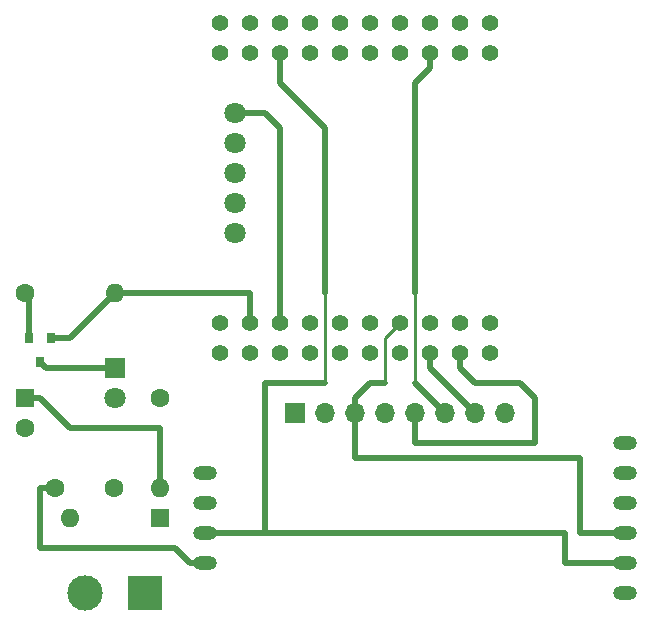
<source format=gtl>
G04 #@! TF.GenerationSoftware,KiCad,Pcbnew,(5.1.12)-1*
G04 #@! TF.CreationDate,2022-01-06T10:15:51+01:00*
G04 #@! TF.ProjectId,EmlaLockSafe_Controller_Board,456d6c61-4c6f-4636-9b53-6166655f436f,2.0*
G04 #@! TF.SameCoordinates,Original*
G04 #@! TF.FileFunction,Copper,L1,Top*
G04 #@! TF.FilePolarity,Positive*
%FSLAX46Y46*%
G04 Gerber Fmt 4.6, Leading zero omitted, Abs format (unit mm)*
G04 Created by KiCad (PCBNEW (5.1.12)-1) date 2022-01-06 10:15:51*
%MOMM*%
%LPD*%
G01*
G04 APERTURE LIST*
G04 #@! TA.AperFunction,ComponentPad*
%ADD10C,1.800000*%
G04 #@! TD*
G04 #@! TA.AperFunction,ComponentPad*
%ADD11C,1.400000*%
G04 #@! TD*
G04 #@! TA.AperFunction,ComponentPad*
%ADD12O,2.000000X1.200000*%
G04 #@! TD*
G04 #@! TA.AperFunction,ComponentPad*
%ADD13O,1.600000X1.600000*%
G04 #@! TD*
G04 #@! TA.AperFunction,ComponentPad*
%ADD14C,1.600000*%
G04 #@! TD*
G04 #@! TA.AperFunction,ComponentPad*
%ADD15O,1.700000X1.700000*%
G04 #@! TD*
G04 #@! TA.AperFunction,ComponentPad*
%ADD16R,1.700000X1.700000*%
G04 #@! TD*
G04 #@! TA.AperFunction,ComponentPad*
%ADD17R,1.800000X1.800000*%
G04 #@! TD*
G04 #@! TA.AperFunction,ComponentPad*
%ADD18R,1.600000X1.600000*%
G04 #@! TD*
G04 #@! TA.AperFunction,ComponentPad*
%ADD19C,3.000000*%
G04 #@! TD*
G04 #@! TA.AperFunction,ComponentPad*
%ADD20R,3.000000X3.000000*%
G04 #@! TD*
G04 #@! TA.AperFunction,SMDPad,CuDef*
%ADD21R,0.800000X0.900000*%
G04 #@! TD*
G04 #@! TA.AperFunction,Conductor*
%ADD22C,0.500000*%
G04 #@! TD*
G04 #@! TA.AperFunction,Conductor*
%ADD23C,0.250000*%
G04 #@! TD*
G04 APERTURE END LIST*
D10*
X137160000Y-91440000D03*
X137160000Y-88900000D03*
X137160000Y-86360000D03*
X137160000Y-83820000D03*
X137160000Y-81280000D03*
D11*
X158750000Y-76200000D03*
X158750000Y-73660000D03*
X156210000Y-73660000D03*
X156210000Y-76200000D03*
X153670000Y-73660000D03*
X153670000Y-76200000D03*
X151130000Y-73660000D03*
X151130000Y-76200000D03*
X148590000Y-73660000D03*
X148590000Y-76200000D03*
X146050000Y-73660000D03*
X146050000Y-76200000D03*
X143510000Y-73660000D03*
X143510000Y-76200000D03*
X140970000Y-73660000D03*
X140970000Y-76200000D03*
X138430000Y-73660000D03*
X138430000Y-76200000D03*
X135890000Y-73660000D03*
X135890000Y-76200000D03*
X158750000Y-99060000D03*
X158750000Y-101600000D03*
X156210000Y-99060000D03*
X156210000Y-101600000D03*
X153670000Y-99060000D03*
X153670000Y-101600000D03*
X151130000Y-99060000D03*
X151130000Y-101600000D03*
X148590000Y-99060000D03*
X148590000Y-101600000D03*
X146050000Y-99060000D03*
X146050000Y-101600000D03*
X143510000Y-99060000D03*
X143510000Y-101600000D03*
X140970000Y-99060000D03*
X140970000Y-101600000D03*
X138430000Y-99060000D03*
X138430000Y-101600000D03*
X135890000Y-99060000D03*
X135890000Y-101600000D03*
D12*
X134620000Y-119380000D03*
X134620000Y-116840000D03*
X134620000Y-114300000D03*
X134620000Y-111760000D03*
X170180000Y-121920000D03*
X170180000Y-119380000D03*
X170180000Y-116840000D03*
X170180000Y-114300000D03*
X170180000Y-111760000D03*
X170180000Y-109220000D03*
D13*
X130810000Y-113030000D03*
D14*
X130810000Y-105410000D03*
D15*
X160020000Y-106680000D03*
X157480000Y-106680000D03*
X154940000Y-106680000D03*
X152400000Y-106680000D03*
X149860000Y-106680000D03*
X147320000Y-106680000D03*
X144780000Y-106680000D03*
D16*
X142240000Y-106680000D03*
D10*
X127000000Y-105410000D03*
D17*
X127000000Y-102870000D03*
D13*
X123190000Y-115570000D03*
D18*
X130810000Y-115570000D03*
D19*
X124460000Y-121920000D03*
D20*
X129540000Y-121920000D03*
D13*
X127000000Y-96520000D03*
D14*
X119380000Y-96520000D03*
D21*
X120650000Y-102330000D03*
X119700000Y-100330000D03*
X121600000Y-100330000D03*
D14*
X119380000Y-107910000D03*
D18*
X119380000Y-105410000D03*
D14*
X121920000Y-113030000D03*
X126920000Y-113030000D03*
D22*
X120650000Y-113030000D02*
X121920000Y-113030000D01*
X120650000Y-118110000D02*
X120650000Y-113030000D01*
X132080000Y-118110000D02*
X120650000Y-118110000D01*
X133350000Y-119380000D02*
X132080000Y-118110000D01*
X134620000Y-119380000D02*
X133350000Y-119380000D01*
X119700000Y-96840000D02*
X119380000Y-96520000D01*
X119700000Y-100330000D02*
X119700000Y-96840000D01*
X130810000Y-113030000D02*
X130810000Y-107950000D01*
X130810000Y-107950000D02*
X123190000Y-107950000D01*
X123190000Y-107950000D02*
X120650000Y-105410000D01*
X120650000Y-105410000D02*
X119380000Y-105410000D01*
X137160000Y-81280000D02*
X139700000Y-81280000D01*
X139700000Y-81280000D02*
X140970000Y-82550000D01*
X140970000Y-82550000D02*
X140970000Y-99060000D01*
X127540000Y-102330000D02*
X127000000Y-102870000D01*
X121190000Y-102870000D02*
X120650000Y-102330000D01*
X127000000Y-102870000D02*
X121190000Y-102870000D01*
X139700000Y-116840000D02*
X139700000Y-104140000D01*
X139700000Y-116840000D02*
X134620000Y-116840000D01*
X139700000Y-104140000D02*
X144780000Y-104140000D01*
D23*
X144780000Y-104140000D02*
X144780000Y-96520000D01*
D22*
X144780000Y-96520000D02*
X144780000Y-82550000D01*
X140970000Y-78740000D02*
X140970000Y-76200000D01*
X144780000Y-82550000D02*
X140970000Y-78740000D01*
X165100000Y-119380000D02*
X170180000Y-119380000D01*
X165100000Y-116840000D02*
X165100000Y-119380000D01*
X139700000Y-116840000D02*
X165100000Y-116840000D01*
X157480000Y-106680000D02*
X153670000Y-102870000D01*
X153670000Y-102870000D02*
X153670000Y-101600000D01*
X154940000Y-106680000D02*
X152400000Y-104140000D01*
D23*
X152400000Y-104140000D02*
X152400000Y-97790000D01*
X152400000Y-97790000D02*
X152400000Y-96520000D01*
D22*
X152400000Y-78740000D02*
X153670000Y-77470000D01*
X153670000Y-77470000D02*
X153670000Y-76200000D01*
X152400000Y-96520000D02*
X152400000Y-78740000D01*
X162560000Y-105410000D02*
X161290000Y-104140000D01*
X162560000Y-109220000D02*
X162560000Y-105410000D01*
X152400000Y-109220000D02*
X162560000Y-109220000D01*
X152400000Y-106680000D02*
X152400000Y-109220000D01*
X161290000Y-104140000D02*
X157480000Y-104140000D01*
X156210000Y-102870000D02*
X156210000Y-101600000D01*
X157480000Y-104140000D02*
X156210000Y-102870000D01*
X170180000Y-116840000D02*
X166370000Y-116840000D01*
X147320000Y-106680000D02*
X147320000Y-110490000D01*
X147320000Y-110490000D02*
X166370000Y-110490000D01*
X166370000Y-116840000D02*
X166370000Y-110490000D01*
X147320000Y-106680000D02*
X147320000Y-105410000D01*
X147320000Y-105410000D02*
X148590000Y-104140000D01*
X148590000Y-104140000D02*
X149860000Y-104140000D01*
D23*
X149860000Y-104140000D02*
X149860000Y-100330000D01*
X149860000Y-100330000D02*
X151130000Y-99060000D01*
D22*
X123190000Y-100330000D02*
X127000000Y-96520000D01*
X121600000Y-100330000D02*
X123190000Y-100330000D01*
X127000000Y-96520000D02*
X138430000Y-96520000D01*
X138430000Y-96520000D02*
X138430000Y-99060000D01*
M02*

</source>
